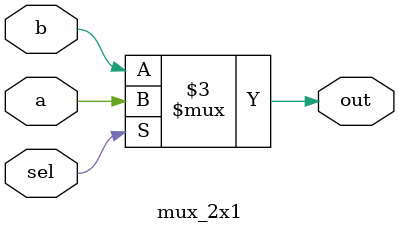
<source format=v>
module mux_2x1(output reg out, input a,b,sel);

    always @(a or b or sel) begin

        if(sel)
            out = a;
        else
            out = b;    

    end

endmodule
</source>
